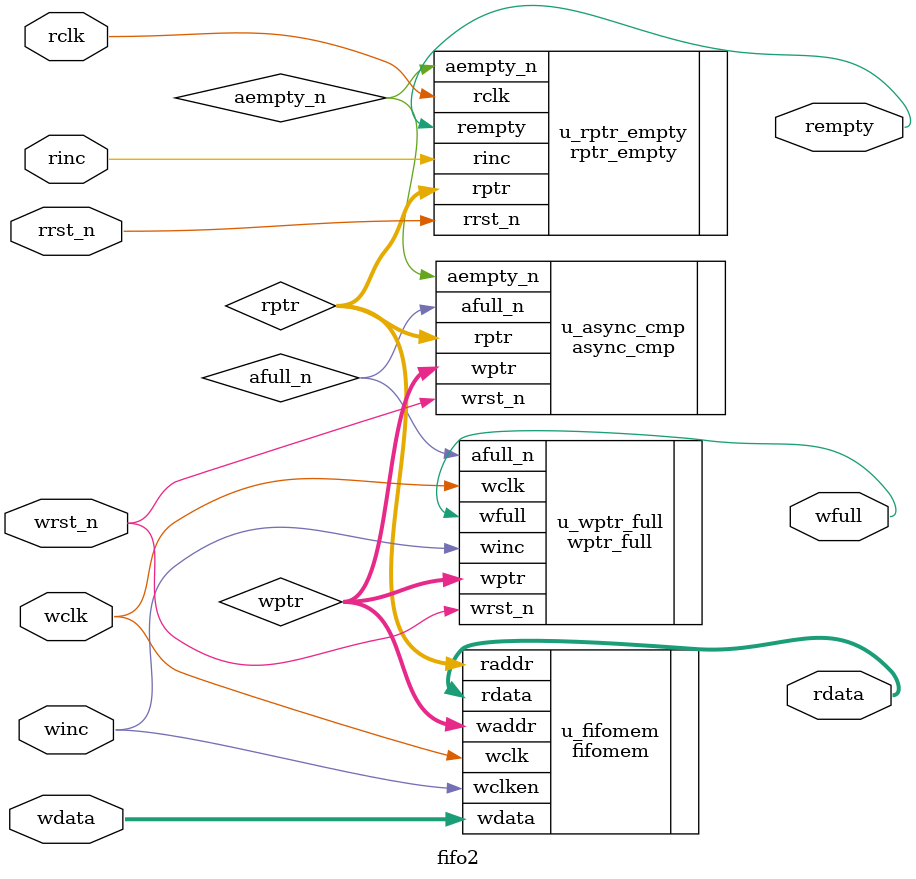
<source format=v>
/*
 * @Design: fifo2 
 * @Author: chms 
 * @Email: cheems@foxmail.com
 * @Description: Top wrapper of FIFO
 */

module fifo2 #(
  parameter DSIZE = 8,
  parameter ASIZE = 4
)(
  output [DSIZE-1:0]  rdata,
  output              rempty, wfull,
  input  [DSIZE-1:0]  wdata,
  input winc, wclk, wrst_n,
  input rinc, rclk, rrst_n
);
  wire [ASIZE-1:0] raddr, waddr;
  wire [ASIZE-1:0] rptr, wptr;
  wire rempty, wfull, aempty_n, afull_n;

  fifomem #(DSIZE, ASIZE) u_fifomem(
    .rdata    ( rdata ),
    .wdata    ( wdata ),
    .raddr    ( rptr  ),
    .waddr    ( wptr  ),
    .wclken   ( winc  ),
    .wclk     ( wclk  )
  );

  rptr_empty #(ASIZE) u_rptr_empty(
    .rempty   ( rempty   ),
    .rptr     ( rptr     ),
    .aempty_n ( aempty_n ),
    .rinc     ( rinc     ),
    .rclk     ( rclk     ),
    .rrst_n   ( rrst_n   )
  );

  wptr_full #(ASIZE) u_wptr_full(
    .wfull    ( wfull    ),
    .wptr     ( wptr     ),
    .afull_n  ( afull_n  ),
    .winc     ( winc     ),
    .wclk     ( wclk     ),
    .wrst_n   ( wrst_n   )
  );
  
  async_cmp #(ASIZE) u_async_cmp(
    .aempty_n ( aempty_n ),
    .afull_n  ( afull_n  ),
    .wptr     ( wptr     ),
    .rptr     ( rptr     ),
    .wrst_n   ( wrst_n   )
  );

endmodule
</source>
